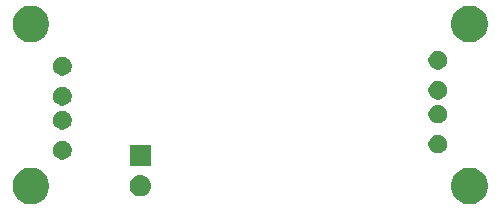
<source format=gbr>
G04 #@! TF.GenerationSoftware,KiCad,Pcbnew,(5.1.2)-2*
G04 #@! TF.CreationDate,2019-06-14T22:55:17+10:00*
G04 #@! TF.ProjectId,USBResetter,55534252-6573-4657-9474-65722e6b6963,rev?*
G04 #@! TF.SameCoordinates,Original*
G04 #@! TF.FileFunction,Soldermask,Bot*
G04 #@! TF.FilePolarity,Negative*
%FSLAX46Y46*%
G04 Gerber Fmt 4.6, Leading zero omitted, Abs format (unit mm)*
G04 Created by KiCad (PCBNEW (5.1.2)-2) date 2019-06-14 22:55:17*
%MOMM*%
%LPD*%
G04 APERTURE LIST*
%ADD10C,0.100000*%
G04 APERTURE END LIST*
D10*
G36*
X128232585Y-99438802D02*
G01*
X128382410Y-99468604D01*
X128664674Y-99585521D01*
X128918705Y-99755259D01*
X129134741Y-99971295D01*
X129304479Y-100225326D01*
X129421396Y-100507590D01*
X129481000Y-100807240D01*
X129481000Y-101112760D01*
X129421396Y-101412410D01*
X129304479Y-101694674D01*
X129134741Y-101948705D01*
X128918705Y-102164741D01*
X128664674Y-102334479D01*
X128382410Y-102451396D01*
X128232585Y-102481198D01*
X128082761Y-102511000D01*
X127777239Y-102511000D01*
X127627415Y-102481198D01*
X127477590Y-102451396D01*
X127195326Y-102334479D01*
X126941295Y-102164741D01*
X126725259Y-101948705D01*
X126555521Y-101694674D01*
X126438604Y-101412410D01*
X126379000Y-101112760D01*
X126379000Y-100807240D01*
X126438604Y-100507590D01*
X126555521Y-100225326D01*
X126725259Y-99971295D01*
X126941295Y-99755259D01*
X127195326Y-99585521D01*
X127477590Y-99468604D01*
X127627415Y-99438802D01*
X127777239Y-99409000D01*
X128082761Y-99409000D01*
X128232585Y-99438802D01*
X128232585Y-99438802D01*
G37*
G36*
X165372585Y-99438802D02*
G01*
X165522410Y-99468604D01*
X165804674Y-99585521D01*
X166058705Y-99755259D01*
X166274741Y-99971295D01*
X166444479Y-100225326D01*
X166561396Y-100507590D01*
X166621000Y-100807240D01*
X166621000Y-101112760D01*
X166561396Y-101412410D01*
X166444479Y-101694674D01*
X166274741Y-101948705D01*
X166058705Y-102164741D01*
X165804674Y-102334479D01*
X165522410Y-102451396D01*
X165372585Y-102481198D01*
X165222761Y-102511000D01*
X164917239Y-102511000D01*
X164767415Y-102481198D01*
X164617590Y-102451396D01*
X164335326Y-102334479D01*
X164081295Y-102164741D01*
X163865259Y-101948705D01*
X163695521Y-101694674D01*
X163578604Y-101412410D01*
X163519000Y-101112760D01*
X163519000Y-100807240D01*
X163578604Y-100507590D01*
X163695521Y-100225326D01*
X163865259Y-99971295D01*
X164081295Y-99755259D01*
X164335326Y-99585521D01*
X164617590Y-99468604D01*
X164767415Y-99438802D01*
X164917239Y-99409000D01*
X165222761Y-99409000D01*
X165372585Y-99438802D01*
X165372585Y-99438802D01*
G37*
G36*
X137310443Y-100045519D02*
G01*
X137376627Y-100052037D01*
X137546466Y-100103557D01*
X137702991Y-100187222D01*
X137738729Y-100216552D01*
X137840186Y-100299814D01*
X137923448Y-100401271D01*
X137952778Y-100437009D01*
X138036443Y-100593534D01*
X138087963Y-100763373D01*
X138105359Y-100940000D01*
X138087963Y-101116627D01*
X138036443Y-101286466D01*
X137952778Y-101442991D01*
X137923448Y-101478729D01*
X137840186Y-101580186D01*
X137738729Y-101663448D01*
X137702991Y-101692778D01*
X137546466Y-101776443D01*
X137376627Y-101827963D01*
X137310442Y-101834482D01*
X137244260Y-101841000D01*
X137155740Y-101841000D01*
X137089557Y-101834481D01*
X137023373Y-101827963D01*
X136853534Y-101776443D01*
X136697009Y-101692778D01*
X136661271Y-101663448D01*
X136559814Y-101580186D01*
X136476552Y-101478729D01*
X136447222Y-101442991D01*
X136363557Y-101286466D01*
X136312037Y-101116627D01*
X136294641Y-100940000D01*
X136312037Y-100763373D01*
X136363557Y-100593534D01*
X136447222Y-100437009D01*
X136476552Y-100401271D01*
X136559814Y-100299814D01*
X136661271Y-100216552D01*
X136697009Y-100187222D01*
X136853534Y-100103557D01*
X137023373Y-100052037D01*
X137089557Y-100045519D01*
X137155740Y-100039000D01*
X137244260Y-100039000D01*
X137310443Y-100045519D01*
X137310443Y-100045519D01*
G37*
G36*
X138101000Y-99301000D02*
G01*
X136299000Y-99301000D01*
X136299000Y-97499000D01*
X138101000Y-97499000D01*
X138101000Y-99301000D01*
X138101000Y-99301000D01*
G37*
G36*
X130833642Y-97139781D02*
G01*
X130979414Y-97200162D01*
X130979416Y-97200163D01*
X131110608Y-97287822D01*
X131222178Y-97399392D01*
X131275298Y-97478893D01*
X131309838Y-97530586D01*
X131370219Y-97676358D01*
X131401000Y-97831107D01*
X131401000Y-97988893D01*
X131370219Y-98143642D01*
X131359210Y-98170219D01*
X131309837Y-98289416D01*
X131222178Y-98420608D01*
X131110608Y-98532178D01*
X130979416Y-98619837D01*
X130979415Y-98619838D01*
X130979414Y-98619838D01*
X130833642Y-98680219D01*
X130678893Y-98711000D01*
X130521107Y-98711000D01*
X130366358Y-98680219D01*
X130220586Y-98619838D01*
X130220585Y-98619838D01*
X130220584Y-98619837D01*
X130089392Y-98532178D01*
X129977822Y-98420608D01*
X129890163Y-98289416D01*
X129840790Y-98170219D01*
X129829781Y-98143642D01*
X129799000Y-97988893D01*
X129799000Y-97831107D01*
X129829781Y-97676358D01*
X129890162Y-97530586D01*
X129924702Y-97478893D01*
X129977822Y-97399392D01*
X130089392Y-97287822D01*
X130220584Y-97200163D01*
X130220586Y-97200162D01*
X130366358Y-97139781D01*
X130521107Y-97109000D01*
X130678893Y-97109000D01*
X130833642Y-97139781D01*
X130833642Y-97139781D01*
G37*
G36*
X162633642Y-96629781D02*
G01*
X162779414Y-96690162D01*
X162779416Y-96690163D01*
X162910608Y-96777822D01*
X163022178Y-96889392D01*
X163109837Y-97020584D01*
X163109838Y-97020586D01*
X163170219Y-97166358D01*
X163201000Y-97321107D01*
X163201000Y-97478893D01*
X163170219Y-97633642D01*
X163152525Y-97676358D01*
X163109837Y-97779416D01*
X163022178Y-97910608D01*
X162910608Y-98022178D01*
X162779416Y-98109837D01*
X162779415Y-98109838D01*
X162779414Y-98109838D01*
X162633642Y-98170219D01*
X162478893Y-98201000D01*
X162321107Y-98201000D01*
X162166358Y-98170219D01*
X162020586Y-98109838D01*
X162020585Y-98109838D01*
X162020584Y-98109837D01*
X161889392Y-98022178D01*
X161777822Y-97910608D01*
X161690163Y-97779416D01*
X161647475Y-97676358D01*
X161629781Y-97633642D01*
X161599000Y-97478893D01*
X161599000Y-97321107D01*
X161629781Y-97166358D01*
X161690162Y-97020586D01*
X161690163Y-97020584D01*
X161777822Y-96889392D01*
X161889392Y-96777822D01*
X162020584Y-96690163D01*
X162020586Y-96690162D01*
X162166358Y-96629781D01*
X162321107Y-96599000D01*
X162478893Y-96599000D01*
X162633642Y-96629781D01*
X162633642Y-96629781D01*
G37*
G36*
X130833642Y-94599781D02*
G01*
X130979414Y-94660162D01*
X130979416Y-94660163D01*
X131110608Y-94747822D01*
X131222178Y-94859392D01*
X131275298Y-94938893D01*
X131309838Y-94990586D01*
X131370219Y-95136358D01*
X131401000Y-95291107D01*
X131401000Y-95448893D01*
X131370219Y-95603642D01*
X131359210Y-95630219D01*
X131309837Y-95749416D01*
X131222178Y-95880608D01*
X131110608Y-95992178D01*
X130979416Y-96079837D01*
X130979415Y-96079838D01*
X130979414Y-96079838D01*
X130833642Y-96140219D01*
X130678893Y-96171000D01*
X130521107Y-96171000D01*
X130366358Y-96140219D01*
X130220586Y-96079838D01*
X130220585Y-96079838D01*
X130220584Y-96079837D01*
X130089392Y-95992178D01*
X129977822Y-95880608D01*
X129890163Y-95749416D01*
X129840790Y-95630219D01*
X129829781Y-95603642D01*
X129799000Y-95448893D01*
X129799000Y-95291107D01*
X129829781Y-95136358D01*
X129890162Y-94990586D01*
X129924702Y-94938893D01*
X129977822Y-94859392D01*
X130089392Y-94747822D01*
X130220584Y-94660163D01*
X130220586Y-94660162D01*
X130366358Y-94599781D01*
X130521107Y-94569000D01*
X130678893Y-94569000D01*
X130833642Y-94599781D01*
X130833642Y-94599781D01*
G37*
G36*
X162633642Y-94089781D02*
G01*
X162757295Y-94141000D01*
X162779416Y-94150163D01*
X162910608Y-94237822D01*
X163022178Y-94349392D01*
X163109837Y-94480584D01*
X163109838Y-94480586D01*
X163170219Y-94626358D01*
X163201000Y-94781107D01*
X163201000Y-94938893D01*
X163170219Y-95093642D01*
X163152525Y-95136358D01*
X163109837Y-95239416D01*
X163022178Y-95370608D01*
X162910608Y-95482178D01*
X162779416Y-95569837D01*
X162779415Y-95569838D01*
X162779414Y-95569838D01*
X162633642Y-95630219D01*
X162478893Y-95661000D01*
X162321107Y-95661000D01*
X162166358Y-95630219D01*
X162020586Y-95569838D01*
X162020585Y-95569838D01*
X162020584Y-95569837D01*
X161889392Y-95482178D01*
X161777822Y-95370608D01*
X161690163Y-95239416D01*
X161647475Y-95136358D01*
X161629781Y-95093642D01*
X161599000Y-94938893D01*
X161599000Y-94781107D01*
X161629781Y-94626358D01*
X161690162Y-94480586D01*
X161690163Y-94480584D01*
X161777822Y-94349392D01*
X161889392Y-94237822D01*
X162020584Y-94150163D01*
X162042705Y-94141000D01*
X162166358Y-94089781D01*
X162321107Y-94059000D01*
X162478893Y-94059000D01*
X162633642Y-94089781D01*
X162633642Y-94089781D01*
G37*
G36*
X130833642Y-92569781D02*
G01*
X130979414Y-92630162D01*
X130979416Y-92630163D01*
X131110608Y-92717822D01*
X131222178Y-92829392D01*
X131275298Y-92908893D01*
X131309838Y-92960586D01*
X131370219Y-93106358D01*
X131401000Y-93261107D01*
X131401000Y-93418893D01*
X131370219Y-93573642D01*
X131359210Y-93600219D01*
X131309837Y-93719416D01*
X131222178Y-93850608D01*
X131110608Y-93962178D01*
X130979416Y-94049837D01*
X130979415Y-94049838D01*
X130979414Y-94049838D01*
X130833642Y-94110219D01*
X130678893Y-94141000D01*
X130521107Y-94141000D01*
X130366358Y-94110219D01*
X130220586Y-94049838D01*
X130220585Y-94049838D01*
X130220584Y-94049837D01*
X130089392Y-93962178D01*
X129977822Y-93850608D01*
X129890163Y-93719416D01*
X129840790Y-93600219D01*
X129829781Y-93573642D01*
X129799000Y-93418893D01*
X129799000Y-93261107D01*
X129829781Y-93106358D01*
X129890162Y-92960586D01*
X129924702Y-92908893D01*
X129977822Y-92829392D01*
X130089392Y-92717822D01*
X130220584Y-92630163D01*
X130220586Y-92630162D01*
X130366358Y-92569781D01*
X130521107Y-92539000D01*
X130678893Y-92539000D01*
X130833642Y-92569781D01*
X130833642Y-92569781D01*
G37*
G36*
X162633642Y-92059781D02*
G01*
X162779414Y-92120162D01*
X162779416Y-92120163D01*
X162910608Y-92207822D01*
X163022178Y-92319392D01*
X163109837Y-92450584D01*
X163109838Y-92450586D01*
X163170219Y-92596358D01*
X163201000Y-92751107D01*
X163201000Y-92908893D01*
X163170219Y-93063642D01*
X163152525Y-93106358D01*
X163109837Y-93209416D01*
X163022178Y-93340608D01*
X162910608Y-93452178D01*
X162779416Y-93539837D01*
X162779415Y-93539838D01*
X162779414Y-93539838D01*
X162633642Y-93600219D01*
X162478893Y-93631000D01*
X162321107Y-93631000D01*
X162166358Y-93600219D01*
X162020586Y-93539838D01*
X162020585Y-93539838D01*
X162020584Y-93539837D01*
X161889392Y-93452178D01*
X161777822Y-93340608D01*
X161690163Y-93209416D01*
X161647475Y-93106358D01*
X161629781Y-93063642D01*
X161599000Y-92908893D01*
X161599000Y-92751107D01*
X161629781Y-92596358D01*
X161690162Y-92450586D01*
X161690163Y-92450584D01*
X161777822Y-92319392D01*
X161889392Y-92207822D01*
X162020584Y-92120163D01*
X162020586Y-92120162D01*
X162166358Y-92059781D01*
X162321107Y-92029000D01*
X162478893Y-92029000D01*
X162633642Y-92059781D01*
X162633642Y-92059781D01*
G37*
G36*
X130833642Y-90029781D02*
G01*
X130979414Y-90090162D01*
X130979416Y-90090163D01*
X131110608Y-90177822D01*
X131222178Y-90289392D01*
X131275298Y-90368893D01*
X131309838Y-90420586D01*
X131370219Y-90566358D01*
X131401000Y-90721107D01*
X131401000Y-90878893D01*
X131370219Y-91033642D01*
X131359210Y-91060219D01*
X131309837Y-91179416D01*
X131222178Y-91310608D01*
X131110608Y-91422178D01*
X130979416Y-91509837D01*
X130979415Y-91509838D01*
X130979414Y-91509838D01*
X130833642Y-91570219D01*
X130678893Y-91601000D01*
X130521107Y-91601000D01*
X130366358Y-91570219D01*
X130220586Y-91509838D01*
X130220585Y-91509838D01*
X130220584Y-91509837D01*
X130089392Y-91422178D01*
X129977822Y-91310608D01*
X129890163Y-91179416D01*
X129840790Y-91060219D01*
X129829781Y-91033642D01*
X129799000Y-90878893D01*
X129799000Y-90721107D01*
X129829781Y-90566358D01*
X129890162Y-90420586D01*
X129924702Y-90368893D01*
X129977822Y-90289392D01*
X130089392Y-90177822D01*
X130220584Y-90090163D01*
X130220586Y-90090162D01*
X130366358Y-90029781D01*
X130521107Y-89999000D01*
X130678893Y-89999000D01*
X130833642Y-90029781D01*
X130833642Y-90029781D01*
G37*
G36*
X162633642Y-89519781D02*
G01*
X162779414Y-89580162D01*
X162779416Y-89580163D01*
X162910608Y-89667822D01*
X163022178Y-89779392D01*
X163109837Y-89910584D01*
X163109838Y-89910586D01*
X163170219Y-90056358D01*
X163201000Y-90211107D01*
X163201000Y-90368893D01*
X163170219Y-90523642D01*
X163152525Y-90566358D01*
X163109837Y-90669416D01*
X163022178Y-90800608D01*
X162910608Y-90912178D01*
X162779416Y-90999837D01*
X162779415Y-90999838D01*
X162779414Y-90999838D01*
X162633642Y-91060219D01*
X162478893Y-91091000D01*
X162321107Y-91091000D01*
X162166358Y-91060219D01*
X162020586Y-90999838D01*
X162020585Y-90999838D01*
X162020584Y-90999837D01*
X161889392Y-90912178D01*
X161777822Y-90800608D01*
X161690163Y-90669416D01*
X161647475Y-90566358D01*
X161629781Y-90523642D01*
X161599000Y-90368893D01*
X161599000Y-90211107D01*
X161629781Y-90056358D01*
X161690162Y-89910586D01*
X161690163Y-89910584D01*
X161777822Y-89779392D01*
X161889392Y-89667822D01*
X162020584Y-89580163D01*
X162020586Y-89580162D01*
X162166358Y-89519781D01*
X162321107Y-89489000D01*
X162478893Y-89489000D01*
X162633642Y-89519781D01*
X162633642Y-89519781D01*
G37*
G36*
X128232585Y-85718802D02*
G01*
X128382410Y-85748604D01*
X128664674Y-85865521D01*
X128918705Y-86035259D01*
X129134741Y-86251295D01*
X129304479Y-86505326D01*
X129421396Y-86787590D01*
X129481000Y-87087240D01*
X129481000Y-87392760D01*
X129421396Y-87692410D01*
X129304479Y-87974674D01*
X129134741Y-88228705D01*
X128918705Y-88444741D01*
X128664674Y-88614479D01*
X128382410Y-88731396D01*
X128232585Y-88761198D01*
X128082761Y-88791000D01*
X127777239Y-88791000D01*
X127627415Y-88761198D01*
X127477590Y-88731396D01*
X127195326Y-88614479D01*
X126941295Y-88444741D01*
X126725259Y-88228705D01*
X126555521Y-87974674D01*
X126438604Y-87692410D01*
X126379000Y-87392760D01*
X126379000Y-87087240D01*
X126438604Y-86787590D01*
X126555521Y-86505326D01*
X126725259Y-86251295D01*
X126941295Y-86035259D01*
X127195326Y-85865521D01*
X127477590Y-85748604D01*
X127627415Y-85718802D01*
X127777239Y-85689000D01*
X128082761Y-85689000D01*
X128232585Y-85718802D01*
X128232585Y-85718802D01*
G37*
G36*
X165372585Y-85718802D02*
G01*
X165522410Y-85748604D01*
X165804674Y-85865521D01*
X166058705Y-86035259D01*
X166274741Y-86251295D01*
X166444479Y-86505326D01*
X166561396Y-86787590D01*
X166621000Y-87087240D01*
X166621000Y-87392760D01*
X166561396Y-87692410D01*
X166444479Y-87974674D01*
X166274741Y-88228705D01*
X166058705Y-88444741D01*
X165804674Y-88614479D01*
X165522410Y-88731396D01*
X165372585Y-88761198D01*
X165222761Y-88791000D01*
X164917239Y-88791000D01*
X164767415Y-88761198D01*
X164617590Y-88731396D01*
X164335326Y-88614479D01*
X164081295Y-88444741D01*
X163865259Y-88228705D01*
X163695521Y-87974674D01*
X163578604Y-87692410D01*
X163519000Y-87392760D01*
X163519000Y-87087240D01*
X163578604Y-86787590D01*
X163695521Y-86505326D01*
X163865259Y-86251295D01*
X164081295Y-86035259D01*
X164335326Y-85865521D01*
X164617590Y-85748604D01*
X164767415Y-85718802D01*
X164917239Y-85689000D01*
X165222761Y-85689000D01*
X165372585Y-85718802D01*
X165372585Y-85718802D01*
G37*
M02*

</source>
